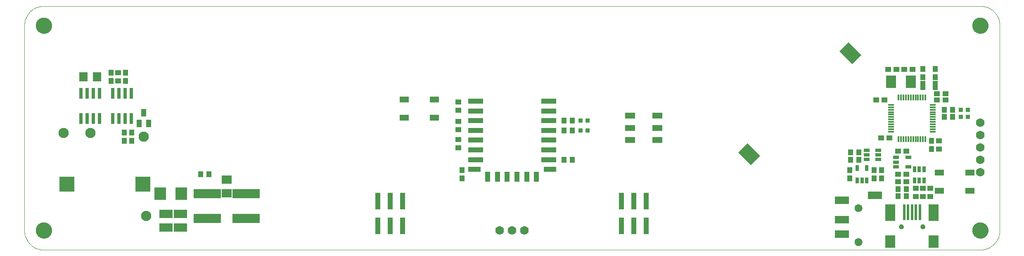
<source format=gts>
G75*
G70*
%OFA0B0*%
%FSLAX24Y24*%
%IPPOS*%
%LPD*%
%AMOC8*
5,1,8,0,0,1.08239X$1,22.5*
%
%ADD10C,0.0000*%
%ADD11C,0.1300*%
%ADD12R,0.0473X0.0434*%
%ADD13R,0.0434X0.0473*%
%ADD14R,0.0355X0.0355*%
%ADD15R,0.0827X0.1024*%
%ADD16R,0.0827X0.1339*%
%ADD17R,0.0237X0.1260*%
%ADD18C,0.0394*%
%ADD19R,0.0512X0.0257*%
%ADD20R,0.1221X0.1221*%
%ADD21R,0.0276X0.0906*%
%ADD22R,0.0434X0.0591*%
%ADD23R,0.0670X0.0750*%
%ADD24C,0.0827*%
%ADD25R,0.0946X0.1024*%
%ADD26R,0.2205X0.0768*%
%ADD27R,0.1103X0.0670*%
%ADD28R,0.0827X0.0670*%
%ADD29R,0.0749X0.0473*%
%ADD30R,0.0158X0.0512*%
%ADD31R,0.0512X0.0158*%
%ADD32C,0.0700*%
%ADD33R,0.0276X0.0512*%
%ADD34R,0.0512X0.0276*%
%ADD35R,0.1142X0.0631*%
%ADD36C,0.0631*%
%ADD37R,0.0827X0.0985*%
%ADD38R,0.0257X0.0512*%
%ADD39R,0.0434X0.0749*%
%ADD40R,0.0440X0.1340*%
%ADD41R,0.0434X0.0827*%
%ADD42R,0.1024X0.0434*%
%ADD43R,0.1221X0.0434*%
%ADD44R,0.1457X0.1064*%
%ADD45R,0.0808X0.0473*%
D10*
X001725Y000937D02*
X077315Y000937D01*
X076685Y002512D02*
X076687Y002562D01*
X076693Y002612D01*
X076703Y002661D01*
X076717Y002709D01*
X076734Y002756D01*
X076755Y002801D01*
X076780Y002845D01*
X076808Y002886D01*
X076840Y002925D01*
X076874Y002962D01*
X076911Y002996D01*
X076951Y003026D01*
X076993Y003053D01*
X077037Y003077D01*
X077083Y003098D01*
X077130Y003114D01*
X077178Y003127D01*
X077228Y003136D01*
X077277Y003141D01*
X077328Y003142D01*
X077378Y003139D01*
X077427Y003132D01*
X077476Y003121D01*
X077524Y003106D01*
X077570Y003088D01*
X077615Y003066D01*
X077658Y003040D01*
X077699Y003011D01*
X077738Y002979D01*
X077774Y002944D01*
X077806Y002906D01*
X077836Y002866D01*
X077863Y002823D01*
X077886Y002779D01*
X077905Y002733D01*
X077921Y002685D01*
X077933Y002636D01*
X077941Y002587D01*
X077945Y002537D01*
X077945Y002487D01*
X077941Y002437D01*
X077933Y002388D01*
X077921Y002339D01*
X077905Y002291D01*
X077886Y002245D01*
X077863Y002201D01*
X077836Y002158D01*
X077806Y002118D01*
X077774Y002080D01*
X077738Y002045D01*
X077699Y002013D01*
X077658Y001984D01*
X077615Y001958D01*
X077570Y001936D01*
X077524Y001918D01*
X077476Y001903D01*
X077427Y001892D01*
X077378Y001885D01*
X077328Y001882D01*
X077277Y001883D01*
X077228Y001888D01*
X077178Y001897D01*
X077130Y001910D01*
X077083Y001926D01*
X077037Y001947D01*
X076993Y001971D01*
X076951Y001998D01*
X076911Y002028D01*
X076874Y002062D01*
X076840Y002099D01*
X076808Y002138D01*
X076780Y002179D01*
X076755Y002223D01*
X076734Y002268D01*
X076717Y002315D01*
X076703Y002363D01*
X076693Y002412D01*
X076687Y002462D01*
X076685Y002512D01*
X077315Y000937D02*
X077392Y000939D01*
X077469Y000945D01*
X077546Y000954D01*
X077622Y000967D01*
X077698Y000984D01*
X077772Y001005D01*
X077846Y001029D01*
X077918Y001057D01*
X077988Y001088D01*
X078057Y001123D01*
X078125Y001161D01*
X078190Y001202D01*
X078253Y001247D01*
X078314Y001295D01*
X078373Y001345D01*
X078429Y001398D01*
X078482Y001454D01*
X078532Y001513D01*
X078580Y001574D01*
X078625Y001637D01*
X078666Y001702D01*
X078704Y001770D01*
X078739Y001839D01*
X078770Y001909D01*
X078798Y001981D01*
X078822Y002055D01*
X078843Y002129D01*
X078860Y002205D01*
X078873Y002281D01*
X078882Y002358D01*
X078888Y002435D01*
X078890Y002512D01*
X078890Y019048D01*
X076685Y019048D02*
X076687Y019098D01*
X076693Y019148D01*
X076703Y019197D01*
X076717Y019245D01*
X076734Y019292D01*
X076755Y019337D01*
X076780Y019381D01*
X076808Y019422D01*
X076840Y019461D01*
X076874Y019498D01*
X076911Y019532D01*
X076951Y019562D01*
X076993Y019589D01*
X077037Y019613D01*
X077083Y019634D01*
X077130Y019650D01*
X077178Y019663D01*
X077228Y019672D01*
X077277Y019677D01*
X077328Y019678D01*
X077378Y019675D01*
X077427Y019668D01*
X077476Y019657D01*
X077524Y019642D01*
X077570Y019624D01*
X077615Y019602D01*
X077658Y019576D01*
X077699Y019547D01*
X077738Y019515D01*
X077774Y019480D01*
X077806Y019442D01*
X077836Y019402D01*
X077863Y019359D01*
X077886Y019315D01*
X077905Y019269D01*
X077921Y019221D01*
X077933Y019172D01*
X077941Y019123D01*
X077945Y019073D01*
X077945Y019023D01*
X077941Y018973D01*
X077933Y018924D01*
X077921Y018875D01*
X077905Y018827D01*
X077886Y018781D01*
X077863Y018737D01*
X077836Y018694D01*
X077806Y018654D01*
X077774Y018616D01*
X077738Y018581D01*
X077699Y018549D01*
X077658Y018520D01*
X077615Y018494D01*
X077570Y018472D01*
X077524Y018454D01*
X077476Y018439D01*
X077427Y018428D01*
X077378Y018421D01*
X077328Y018418D01*
X077277Y018419D01*
X077228Y018424D01*
X077178Y018433D01*
X077130Y018446D01*
X077083Y018462D01*
X077037Y018483D01*
X076993Y018507D01*
X076951Y018534D01*
X076911Y018564D01*
X076874Y018598D01*
X076840Y018635D01*
X076808Y018674D01*
X076780Y018715D01*
X076755Y018759D01*
X076734Y018804D01*
X076717Y018851D01*
X076703Y018899D01*
X076693Y018948D01*
X076687Y018998D01*
X076685Y019048D01*
X077315Y020623D02*
X077392Y020621D01*
X077469Y020615D01*
X077546Y020606D01*
X077622Y020593D01*
X077698Y020576D01*
X077772Y020555D01*
X077846Y020531D01*
X077918Y020503D01*
X077988Y020472D01*
X078057Y020437D01*
X078125Y020399D01*
X078190Y020358D01*
X078253Y020313D01*
X078314Y020265D01*
X078373Y020215D01*
X078429Y020162D01*
X078482Y020106D01*
X078532Y020047D01*
X078580Y019986D01*
X078625Y019923D01*
X078666Y019858D01*
X078704Y019790D01*
X078739Y019721D01*
X078770Y019651D01*
X078798Y019579D01*
X078822Y019505D01*
X078843Y019431D01*
X078860Y019355D01*
X078873Y019279D01*
X078882Y019202D01*
X078888Y019125D01*
X078890Y019048D01*
X077315Y020622D02*
X001725Y020622D01*
X001095Y019048D02*
X001097Y019098D01*
X001103Y019148D01*
X001113Y019197D01*
X001127Y019245D01*
X001144Y019292D01*
X001165Y019337D01*
X001190Y019381D01*
X001218Y019422D01*
X001250Y019461D01*
X001284Y019498D01*
X001321Y019532D01*
X001361Y019562D01*
X001403Y019589D01*
X001447Y019613D01*
X001493Y019634D01*
X001540Y019650D01*
X001588Y019663D01*
X001638Y019672D01*
X001687Y019677D01*
X001738Y019678D01*
X001788Y019675D01*
X001837Y019668D01*
X001886Y019657D01*
X001934Y019642D01*
X001980Y019624D01*
X002025Y019602D01*
X002068Y019576D01*
X002109Y019547D01*
X002148Y019515D01*
X002184Y019480D01*
X002216Y019442D01*
X002246Y019402D01*
X002273Y019359D01*
X002296Y019315D01*
X002315Y019269D01*
X002331Y019221D01*
X002343Y019172D01*
X002351Y019123D01*
X002355Y019073D01*
X002355Y019023D01*
X002351Y018973D01*
X002343Y018924D01*
X002331Y018875D01*
X002315Y018827D01*
X002296Y018781D01*
X002273Y018737D01*
X002246Y018694D01*
X002216Y018654D01*
X002184Y018616D01*
X002148Y018581D01*
X002109Y018549D01*
X002068Y018520D01*
X002025Y018494D01*
X001980Y018472D01*
X001934Y018454D01*
X001886Y018439D01*
X001837Y018428D01*
X001788Y018421D01*
X001738Y018418D01*
X001687Y018419D01*
X001638Y018424D01*
X001588Y018433D01*
X001540Y018446D01*
X001493Y018462D01*
X001447Y018483D01*
X001403Y018507D01*
X001361Y018534D01*
X001321Y018564D01*
X001284Y018598D01*
X001250Y018635D01*
X001218Y018674D01*
X001190Y018715D01*
X001165Y018759D01*
X001144Y018804D01*
X001127Y018851D01*
X001113Y018899D01*
X001103Y018948D01*
X001097Y018998D01*
X001095Y019048D01*
X000150Y019048D02*
X000152Y019125D01*
X000158Y019202D01*
X000167Y019279D01*
X000180Y019355D01*
X000197Y019431D01*
X000218Y019505D01*
X000242Y019579D01*
X000270Y019651D01*
X000301Y019721D01*
X000336Y019790D01*
X000374Y019858D01*
X000415Y019923D01*
X000460Y019986D01*
X000508Y020047D01*
X000558Y020106D01*
X000611Y020162D01*
X000667Y020215D01*
X000726Y020265D01*
X000787Y020313D01*
X000850Y020358D01*
X000915Y020399D01*
X000983Y020437D01*
X001052Y020472D01*
X001122Y020503D01*
X001194Y020531D01*
X001268Y020555D01*
X001342Y020576D01*
X001418Y020593D01*
X001494Y020606D01*
X001571Y020615D01*
X001648Y020621D01*
X001725Y020623D01*
X000150Y019048D02*
X000150Y002512D01*
X001095Y002512D02*
X001097Y002562D01*
X001103Y002612D01*
X001113Y002661D01*
X001127Y002709D01*
X001144Y002756D01*
X001165Y002801D01*
X001190Y002845D01*
X001218Y002886D01*
X001250Y002925D01*
X001284Y002962D01*
X001321Y002996D01*
X001361Y003026D01*
X001403Y003053D01*
X001447Y003077D01*
X001493Y003098D01*
X001540Y003114D01*
X001588Y003127D01*
X001638Y003136D01*
X001687Y003141D01*
X001738Y003142D01*
X001788Y003139D01*
X001837Y003132D01*
X001886Y003121D01*
X001934Y003106D01*
X001980Y003088D01*
X002025Y003066D01*
X002068Y003040D01*
X002109Y003011D01*
X002148Y002979D01*
X002184Y002944D01*
X002216Y002906D01*
X002246Y002866D01*
X002273Y002823D01*
X002296Y002779D01*
X002315Y002733D01*
X002331Y002685D01*
X002343Y002636D01*
X002351Y002587D01*
X002355Y002537D01*
X002355Y002487D01*
X002351Y002437D01*
X002343Y002388D01*
X002331Y002339D01*
X002315Y002291D01*
X002296Y002245D01*
X002273Y002201D01*
X002246Y002158D01*
X002216Y002118D01*
X002184Y002080D01*
X002148Y002045D01*
X002109Y002013D01*
X002068Y001984D01*
X002025Y001958D01*
X001980Y001936D01*
X001934Y001918D01*
X001886Y001903D01*
X001837Y001892D01*
X001788Y001885D01*
X001738Y001882D01*
X001687Y001883D01*
X001638Y001888D01*
X001588Y001897D01*
X001540Y001910D01*
X001493Y001926D01*
X001447Y001947D01*
X001403Y001971D01*
X001361Y001998D01*
X001321Y002028D01*
X001284Y002062D01*
X001250Y002099D01*
X001218Y002138D01*
X001190Y002179D01*
X001165Y002223D01*
X001144Y002268D01*
X001127Y002315D01*
X001113Y002363D01*
X001103Y002412D01*
X001097Y002462D01*
X001095Y002512D01*
X000150Y002512D02*
X000152Y002435D01*
X000158Y002358D01*
X000167Y002281D01*
X000180Y002205D01*
X000197Y002129D01*
X000218Y002055D01*
X000242Y001981D01*
X000270Y001909D01*
X000301Y001839D01*
X000336Y001770D01*
X000374Y001702D01*
X000415Y001637D01*
X000460Y001574D01*
X000508Y001513D01*
X000558Y001454D01*
X000611Y001398D01*
X000667Y001345D01*
X000726Y001295D01*
X000787Y001247D01*
X000850Y001202D01*
X000915Y001161D01*
X000983Y001123D01*
X001052Y001088D01*
X001122Y001057D01*
X001194Y001029D01*
X001268Y001005D01*
X001342Y000984D01*
X001418Y000967D01*
X001494Y000954D01*
X001571Y000945D01*
X001648Y000939D01*
X001725Y000937D01*
X067178Y001567D02*
X067180Y001601D01*
X067186Y001635D01*
X067196Y001668D01*
X067209Y001699D01*
X067227Y001729D01*
X067247Y001757D01*
X067271Y001782D01*
X067297Y001804D01*
X067325Y001822D01*
X067356Y001838D01*
X067388Y001850D01*
X067422Y001858D01*
X067456Y001862D01*
X067490Y001862D01*
X067524Y001858D01*
X067558Y001850D01*
X067590Y001838D01*
X067620Y001822D01*
X067649Y001804D01*
X067675Y001782D01*
X067699Y001757D01*
X067719Y001729D01*
X067737Y001699D01*
X067750Y001668D01*
X067760Y001635D01*
X067766Y001601D01*
X067768Y001567D01*
X067766Y001533D01*
X067760Y001499D01*
X067750Y001466D01*
X067737Y001435D01*
X067719Y001405D01*
X067699Y001377D01*
X067675Y001352D01*
X067649Y001330D01*
X067621Y001312D01*
X067590Y001296D01*
X067558Y001284D01*
X067524Y001276D01*
X067490Y001272D01*
X067456Y001272D01*
X067422Y001276D01*
X067388Y001284D01*
X067356Y001296D01*
X067325Y001312D01*
X067297Y001330D01*
X067271Y001352D01*
X067247Y001377D01*
X067227Y001405D01*
X067209Y001435D01*
X067196Y001466D01*
X067186Y001499D01*
X067180Y001533D01*
X067178Y001567D01*
X070760Y002807D02*
X070762Y002833D01*
X070768Y002859D01*
X070778Y002884D01*
X070791Y002907D01*
X070807Y002927D01*
X070827Y002945D01*
X070849Y002960D01*
X070872Y002972D01*
X070898Y002980D01*
X070924Y002984D01*
X070950Y002984D01*
X070976Y002980D01*
X071002Y002972D01*
X071026Y002960D01*
X071047Y002945D01*
X071067Y002927D01*
X071083Y002907D01*
X071096Y002884D01*
X071106Y002859D01*
X071112Y002833D01*
X071114Y002807D01*
X071112Y002781D01*
X071106Y002755D01*
X071096Y002730D01*
X071083Y002707D01*
X071067Y002687D01*
X071047Y002669D01*
X071025Y002654D01*
X071002Y002642D01*
X070976Y002634D01*
X070950Y002630D01*
X070924Y002630D01*
X070898Y002634D01*
X070872Y002642D01*
X070848Y002654D01*
X070827Y002669D01*
X070807Y002687D01*
X070791Y002707D01*
X070778Y002730D01*
X070768Y002755D01*
X070762Y002781D01*
X070760Y002807D01*
X072493Y002807D02*
X072495Y002833D01*
X072501Y002859D01*
X072511Y002884D01*
X072524Y002907D01*
X072540Y002927D01*
X072560Y002945D01*
X072582Y002960D01*
X072605Y002972D01*
X072631Y002980D01*
X072657Y002984D01*
X072683Y002984D01*
X072709Y002980D01*
X072735Y002972D01*
X072759Y002960D01*
X072780Y002945D01*
X072800Y002927D01*
X072816Y002907D01*
X072829Y002884D01*
X072839Y002859D01*
X072845Y002833D01*
X072847Y002807D01*
X072845Y002781D01*
X072839Y002755D01*
X072829Y002730D01*
X072816Y002707D01*
X072800Y002687D01*
X072780Y002669D01*
X072758Y002654D01*
X072735Y002642D01*
X072709Y002634D01*
X072683Y002630D01*
X072657Y002630D01*
X072631Y002634D01*
X072605Y002642D01*
X072581Y002654D01*
X072560Y002669D01*
X072540Y002687D01*
X072524Y002707D01*
X072511Y002730D01*
X072501Y002755D01*
X072495Y002781D01*
X072493Y002807D01*
X067178Y004323D02*
X067180Y004357D01*
X067186Y004391D01*
X067196Y004424D01*
X067209Y004455D01*
X067227Y004485D01*
X067247Y004513D01*
X067271Y004538D01*
X067297Y004560D01*
X067325Y004578D01*
X067356Y004594D01*
X067388Y004606D01*
X067422Y004614D01*
X067456Y004618D01*
X067490Y004618D01*
X067524Y004614D01*
X067558Y004606D01*
X067590Y004594D01*
X067620Y004578D01*
X067649Y004560D01*
X067675Y004538D01*
X067699Y004513D01*
X067719Y004485D01*
X067737Y004455D01*
X067750Y004424D01*
X067760Y004391D01*
X067766Y004357D01*
X067768Y004323D01*
X067766Y004289D01*
X067760Y004255D01*
X067750Y004222D01*
X067737Y004191D01*
X067719Y004161D01*
X067699Y004133D01*
X067675Y004108D01*
X067649Y004086D01*
X067621Y004068D01*
X067590Y004052D01*
X067558Y004040D01*
X067524Y004032D01*
X067490Y004028D01*
X067456Y004028D01*
X067422Y004032D01*
X067388Y004040D01*
X067356Y004052D01*
X067325Y004068D01*
X067297Y004086D01*
X067271Y004108D01*
X067247Y004133D01*
X067227Y004161D01*
X067209Y004191D01*
X067196Y004222D01*
X067186Y004255D01*
X067180Y004289D01*
X067178Y004323D01*
D11*
X077315Y002512D03*
X077315Y019048D03*
X001725Y019048D03*
X001725Y002512D03*
D12*
X035189Y009166D03*
X035189Y009835D03*
X035189Y010642D03*
X035189Y011311D03*
X035189Y012217D03*
X035189Y012886D03*
X007729Y014579D03*
X007729Y015248D03*
X068910Y013044D03*
X069579Y013044D03*
X073831Y013044D03*
X074500Y013044D03*
X074500Y013536D03*
X073831Y013536D03*
X071843Y015504D03*
X071174Y015504D03*
X070563Y015504D03*
X069894Y015504D03*
X069973Y009993D03*
X069304Y009993D03*
X070681Y008910D03*
X071351Y008910D03*
X073969Y009067D03*
X073969Y009737D03*
X071351Y007040D03*
X070681Y007040D03*
X070681Y006449D03*
X071351Y006449D03*
X072099Y005898D03*
X072689Y005898D03*
X073280Y005898D03*
X073280Y005229D03*
X072689Y005229D03*
X072099Y005229D03*
D13*
X071351Y005268D03*
X070681Y005268D03*
X070681Y005859D03*
X071351Y005859D03*
X069343Y006705D03*
X068752Y006705D03*
X066784Y006705D03*
X066784Y007374D03*
X068752Y007374D03*
X069343Y007374D03*
X067512Y008221D03*
X066843Y008221D03*
X066843Y008811D03*
X067512Y008811D03*
X073378Y009067D03*
X073378Y009737D03*
X074422Y011666D03*
X075091Y011666D03*
X075091Y012256D03*
X074422Y012256D03*
X073674Y014874D03*
X072689Y014874D03*
X072689Y015544D03*
X073674Y015544D03*
X044382Y011370D03*
X043713Y011370D03*
X043713Y010583D03*
X044382Y010583D03*
X044382Y008221D03*
X043713Y008221D03*
X035485Y007374D03*
X035485Y006705D03*
X015052Y007040D03*
X014382Y007040D03*
X008811Y009756D03*
X008221Y009756D03*
X008221Y010426D03*
X008811Y010426D03*
X008319Y014579D03*
X007138Y014579D03*
X007138Y015248D03*
X008319Y015248D03*
D14*
X045032Y011370D03*
X045622Y011370D03*
X045622Y010583D03*
X045032Y010583D03*
X075741Y011666D03*
X076331Y011666D03*
X076331Y012256D03*
X075741Y012256D03*
D15*
X073556Y001626D03*
X070052Y001626D03*
D16*
X070052Y003949D03*
X073556Y003949D03*
D17*
X072433Y003989D03*
X072119Y003989D03*
X071804Y003989D03*
X071489Y003989D03*
X071174Y003989D03*
D18*
X070937Y002807D03*
X072670Y002807D03*
D19*
X071528Y007650D03*
X070504Y007650D03*
X070504Y008024D03*
X070504Y008398D03*
X071528Y008398D03*
D20*
X009717Y006252D03*
X003575Y006252D03*
D21*
X004715Y011528D03*
X005215Y011528D03*
X005715Y011528D03*
X006215Y011528D03*
X007274Y011528D03*
X007774Y011528D03*
X008274Y011528D03*
X008774Y011528D03*
X008774Y013575D03*
X008274Y013575D03*
X007774Y013575D03*
X007274Y013575D03*
X006215Y013575D03*
X005715Y013575D03*
X005215Y013575D03*
X004715Y013575D03*
D22*
X009796Y012000D03*
X010170Y011134D03*
X009422Y011134D03*
D23*
X006025Y014914D03*
X004905Y014914D03*
D24*
X005465Y010386D03*
X003300Y010386D03*
X009796Y010091D03*
X009993Y003693D03*
D25*
X011115Y005465D03*
X012807Y005465D03*
D26*
X014914Y005485D03*
X018063Y005485D03*
X018063Y003477D03*
X014914Y003477D03*
D27*
X012748Y003851D03*
X011567Y003851D03*
X011567Y002748D03*
X012748Y002748D03*
D28*
X016489Y005504D03*
X016489Y006607D03*
D29*
X030819Y011626D03*
X033260Y011626D03*
X033260Y013083D03*
X030819Y013083D03*
X074028Y007178D03*
X076469Y007178D03*
X076469Y005721D03*
X074028Y005721D03*
D30*
X072886Y009894D03*
X072689Y009894D03*
X072493Y009894D03*
X072296Y009894D03*
X072099Y009894D03*
X071902Y009894D03*
X071705Y009894D03*
X071508Y009894D03*
X071311Y009894D03*
X071115Y009894D03*
X070918Y009894D03*
X070721Y009894D03*
X070721Y013241D03*
X070918Y013241D03*
X071115Y013241D03*
X071311Y013241D03*
X071508Y013241D03*
X071705Y013241D03*
X071902Y013241D03*
X072099Y013241D03*
X072296Y013241D03*
X072493Y013241D03*
X072689Y013241D03*
X072886Y013241D03*
D31*
X073477Y012650D03*
X073477Y012453D03*
X073477Y012256D03*
X073477Y012059D03*
X073477Y011863D03*
X073477Y011666D03*
X073477Y011469D03*
X073477Y011272D03*
X073477Y011075D03*
X073477Y010878D03*
X073477Y010681D03*
X073477Y010485D03*
X070130Y010485D03*
X070130Y010681D03*
X070130Y010878D03*
X070130Y011075D03*
X070130Y011272D03*
X070130Y011469D03*
X070130Y011666D03*
X070130Y011863D03*
X070130Y012059D03*
X070130Y012256D03*
X070130Y012453D03*
X070130Y012650D03*
D32*
X077315Y011205D03*
X077315Y010205D03*
X077315Y009205D03*
X077315Y008205D03*
X077315Y007205D03*
X040520Y002512D03*
X039520Y002512D03*
X038520Y002512D03*
D33*
X072020Y006528D03*
X072394Y006528D03*
X072768Y006528D03*
X072768Y007433D03*
X072394Y007433D03*
X072020Y007433D03*
D34*
X069067Y008241D03*
X068162Y008241D03*
X068162Y008615D03*
X069067Y008615D03*
X069067Y008989D03*
X068162Y008989D03*
D35*
X068811Y005347D03*
X066134Y004953D03*
X066134Y003378D03*
X066134Y002197D03*
D36*
X067473Y001567D03*
X067473Y004323D03*
D37*
X070130Y014520D03*
X071705Y014520D03*
D38*
X068142Y007552D03*
X067394Y007552D03*
X067394Y006528D03*
X067768Y006528D03*
X068142Y006528D03*
D39*
X072689Y014225D03*
X073674Y014225D03*
D40*
X050363Y004890D03*
X049363Y004890D03*
X048363Y004890D03*
X048363Y002890D03*
X049363Y002890D03*
X050363Y002890D03*
X030678Y002890D03*
X029678Y002890D03*
X028678Y002890D03*
X028678Y004890D03*
X029678Y004890D03*
X030678Y004890D03*
D41*
X037552Y006843D03*
X038339Y006843D03*
X039126Y006843D03*
X039914Y006843D03*
X040701Y006843D03*
X041489Y006843D03*
D42*
X042571Y007433D03*
X036469Y007433D03*
D43*
X036567Y008221D03*
X036567Y009008D03*
X036567Y009796D03*
X036567Y010583D03*
X036567Y011370D03*
X036567Y012158D03*
X036567Y012945D03*
X042473Y012945D03*
X042473Y012158D03*
X042473Y011370D03*
X042473Y010583D03*
X042473Y009796D03*
X042473Y009008D03*
X042473Y008221D03*
D44*
G36*
X058808Y007780D02*
X057780Y008808D01*
X058532Y009560D01*
X059560Y008532D01*
X058808Y007780D01*
G37*
G36*
X066965Y015937D02*
X065937Y016965D01*
X066689Y017717D01*
X067717Y016689D01*
X066965Y015937D01*
G37*
D45*
X051252Y011764D03*
X049048Y011764D03*
X049048Y010780D03*
X051252Y010780D03*
X051252Y009796D03*
X049048Y009796D03*
M02*

</source>
